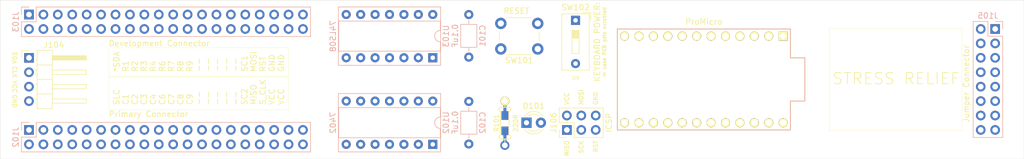
<source format=kicad_pcb>
(kicad_pcb (version 20221018) (generator pcbnew)
  (layers (0 "F.Cu" signal) (31 "B.Cu" signal) (34 "B.Paste" user) (35 "F.Paste" user) (36 "B.SilkS" user "B.Silkscreen") (37 "F.SilkS" user "F.Silkscreen") (38 "B.Mask" user) (39 "F.Mask" user) (44 "Edge.Cuts" user))
  (net 0 "")
  (net 1 "VCC")
  (net 2 "GND")
  (net 3 "Net-(D101-K)")
  (net 4 "/VCC_RAW")
  (net 5 "SDA")
  (net 6 "SCL")
  (net 7 "SW_ROW1")
  (net 8 "SW_COL1")
  (net 9 "SW_ROW2")
  (net 10 "SW_COL2")
  (net 11 "SW_COL3")
  (net 12 "SW_COL4")
  (net 13 "SW_ROW5")
  (net 14 "SW_COL5")
  (net 15 "SW_ROW6")
  (net 16 "SW_COL6")
  (net 17 "SW_ROW7")
  (net 18 "SW_COL7")
  (net 19 "SW_ROW8")
  (net 20 "SW_COL8")
  (net 21 "SW_ROW9")
  (net 22 "SW_COL9")
  (net 23 "/DP21")
  (net 24 "/DP22")
  (net 25 "/DP23")
  (net 26 "/DP24")
  (net 27 "/DP25")
  (net 28 "/DP26")
  (net 29 "/DP27")
  (net 30 "/DP28")
  (net 31 "/DP29")
  (net 32 "/DP30")
  (net 33 "SPI_CS1")
  (net 34 "SPI_CS2")
  (net 35 "SPI_MOSI")
  (net 36 "SPI_MISO")
  (net 37 "RST")
  (net 38 "SPI_CLK")
  (net 42 "Net-(U102-Pad1)")
  (net 43 "Net-(U102-Pad4)")
  (net 44 "Net-(U102-Pad10)")
  (net 45 "Net-(U102-Pad13)")
  (net 62 "SW_ROW3")
  (net 63 "SW_ROW4")
  (net 64 "/i2C_SCL")
  (footprint "MountingHole:MountingHole_2.7mm" (layer "F.Cu") (at 184.15 201.316)
    (fp_text reference "H104" hide)
    (fp_text value "Stress Relief" hide)
    (pad "" np_thru_hole circle locked (at 0 0) (size 2.7 2.7) (drill 2.7) (layers "*.Cu" "*.Mask"))
  )
  (footprint "MountingHole:MountingHole_2.7mm" (layer "F.Cu") (at 175.514 201.316)
    (fp_text reference "H102" hide)
    (fp_text value "Stress Relief" hide)
    (pad "" np_thru_hole circle locked (at 0 0) (size 2.7 2.7) (drill 2.7) (layers "*.Cu" "*.Mask"))
  )
  (footprint "promicro:ProMicro" (layer "F.Cu") (at 150.368 195.326 180)
    (fp_text reference "U101" hide)
    (fp_text value "ProMicro" (at 0 10.16) (layer "F.SilkS"))
    (fp_line (start -17.78 -3.81) (end -15.24 -3.81) (stroke (width 0.15)) (layer "B.SilkS"))
    (fp_line (start -17.78 3.81) (end -17.78 -3.81) (stroke (width 0.15)) (layer "B.SilkS"))
    (fp_line (start -15.24 -8.89) (end 15.24 -8.89) (stroke (width 0.15)) (layer "B.SilkS"))
    (fp_line (start -15.24 -3.81) (end -15.24 -8.89) (stroke (width 0.15)) (layer "B.SilkS"))
    (fp_line (start -15.24 3.81) (end -17.78 3.81) (stroke (width 0.15)) (layer "B.SilkS"))
    (fp_line (start -15.24 8.89) (end -15.24 3.81) (stroke (width 0.15)) (layer "B.SilkS"))
    (fp_line (start 15.24 -8.89) (end 15.24 8.89) (stroke (width 0.15)) (layer "B.SilkS"))
    (fp_line (start 15.24 8.89) (end -15.24 8.89) (stroke (width 0.15)) (layer "B.SilkS"))
    (fp_line (start -17.78 -3.81) (end -15.24 -3.81) (stroke (width 0.15)) (layer "F.SilkS"))
    (fp_line (start -17.78 3.81) (end -17.78 -3.81) (stroke (width 0.15)) (layer "F.SilkS"))
    (fp_line (start -15.24 -8.89) (end 15.24 -8.89) (stroke (width 0.15)) (layer "F.SilkS"))
    (fp_line (start -15.24 -3.81) (end -15.24 -8.89) (stroke (width 0.15)) (layer "F.SilkS"))
    (fp_line (start -15.24 3.81) (end -17.78 3.81) (stroke (width 0.15)) (layer "F.SilkS"))
    (fp_line (start -15.24 8.89) (end -15.24 3.81) (stroke (width 0.15)) (layer "F.SilkS"))
    (fp_line (start -15.24 8.89) (end 15.24 8.89) (stroke (width 0.15)) (layer "F.SilkS"))
    (fp_line (start 15.24 -8.89) (end 15.24 8.89) (stroke (width 0.15)) (layer "F.SilkS"))
    (pad "1" thru_hole rect locked (at -13.97 7.62 180) (size 1.6 1.6) (drill 1.1) (layers "*.Cu" "*.Mask" "F.SilkS") (net 7 "SW_ROW1"))
    (pad "2" thru_hole circle locked (at -11.43 7.62 180) (size 1.6 1.6) (drill 1.1) (layers "*.Cu" "*.Mask" "F.SilkS") (net 9 "SW_ROW2"))
    (pad "3" thru_hole circle locked (at -8.89 7.62 180) (size 1.6 1.6) (drill 1.1) (layers "*.Cu" "*.Mask" "F.SilkS") (net 2 "GND"))
    (pad "4" thru_hole circle locked (at -6.35 7.62 180) (size 1.6 1.6) (drill 1.1) (layers "*.Cu" "*.Mask" "F.SilkS") (net 2 "GND"))
    (pad "5" thru_hole circle locked (at -3.81 7.62 180) (size 1.6 1.6) (drill 1.1) (layers "*.Cu" "*.Mask" "F.SilkS") (net 62 "SW_ROW3"))
    (pad "6" thru_hole circle locked (at -1.27 7.62 180) (size 1.6 1.6) (drill 1.1) (layers "*.Cu" "*.Mask" "F.SilkS") (net 63 "SW_ROW4"))
    (pad "7" thru_hole circle locked (at 1.27 7.62 180) (size 1.6 1.6) (drill 1.1) (layers "*.Cu" "*.Mask" "F.SilkS") (net 13 "SW_ROW5"))
    (pad "8" thru_hole circle locked (at 3.81 7.62 180) (size 1.6 1.6) (drill 1.1) (layers "*.Cu" "*.Mask" "F.SilkS") (net 15 "SW_ROW6"))
    (pad "9" thru_hole circle locked (at 6.35 7.62 180) (size 1.6 1.6) (drill 1.1) (layers "*.Cu" "*.Mask" "F.SilkS") (net 17 "SW_ROW7"))
    (pad "10" thru_hole circle locked (at 8.89 7.62 180) (size 1.6 1.6) (drill 1.1) (layers "*.Cu" "*.Mask" "F.SilkS") (net 19 "SW_ROW8"))
    (pad "11" thru_hole circle locked (at 11.43 7.62 180) (size 1.6 1.6) (drill 1.1) (layers "*.Cu" "*.Mask" "F.SilkS") (net 21 "SW_ROW9"))
    (pad "12" thru_hole circle locked (at 13.97 7.62 180) (size 1.6 1.6) (drill 1.1) (layers "*.Cu" "*.Mask" "F.SilkS") (net 22 "SW_COL9"))
    (pad "13" thru_hole circle locked (at 13.97 -7.62 180) (size 1.6 1.6) (drill 1.1) (layers "*.Cu" "*.Mask" "F.SilkS") (net 20 "SW_COL8"))
    (pad "14" thru_hole circle locked (at 11.43 -7.62 180) (size 1.6 1.6) (drill 1.1) (layers "*.Cu" "*.Mask" "F.SilkS") (net 18 "SW_COL7"))
    (pad "15" thru_hole circle locked (at 8.89 -7.62 180) (size 1.6 1.6) (drill 1.1) (layers "*.Cu" "*.Mask" "F.SilkS") (net 16 "SW_COL6"))
    (pad "16" thru_hole circle locked (at 6.35 -7.62 180) (size 1.6 1.6) (drill 1.1) (layers "*.Cu" "*.Mask" "F.SilkS") (net 14 "SW_COL5"))
    (pad "17" thru_hole circle locked (at 3.81 -7.62 180) (size 1.6 1.6) (drill 1.1) (layers "*.Cu" "*.Mask" "F.SilkS") (net 12 "SW_COL4"))
    (pad "18" thru_hole circle locked (at 1.27 -7.62 180) (size 1.6 1.6) (drill 1.1) (layers "*.Cu" "*.Mask" "F.SilkS") (net 11 "SW_COL3"))
    (pad "19" thru_hole circle locked (at -1.27 -7.62 180) (size 1.6 1.6) (drill 1.1) (layers "*.Cu" "*.Mask" "F.SilkS") (net 10 "SW_COL2"))
    (pad "20" thru_hole circle locked (at -3.81 -7.62 180) (size 1.6 1.6) (drill 1.1) (layers "*.Cu" "*.Mask" "F.SilkS") (net 8 "SW_COL1"))
    (pad "21" thru_hole circle locked (at -6.35 -7.62 180) (size 1.6 1.6) (drill 1.1) (layers "*.Cu" "*.Mask" "F.SilkS") (net 4 "/VCC_RAW"))
    (pad "22" thru_hole circle locked (at -8.89 -7.62 180) (size 1.6 1.6) (drill 1.1) (layers "*.Cu" "*.Mask" "F.SilkS") (net 37 "RST"))
    (pad "23" thru_hole circle locked (at -11.43 -7.62 180) (size 1.6 1.6) (drill 1.1) (layers "*.Cu" "*.Mask" "F.SilkS") (net 2 "GND"))
    (pad "24" thru_hole circle locked (at -13.97 -7.62 180) (size 1.6 1.6) (drill 1.1) (layers "*.Cu" "*.Mask" "F.SilkS"))
  )
  (footprint "MountingHole:MountingHole_2.7mm" (layer "F.Cu") (at 175.514 189.336)
    (fp_text reference "H101" hide)
    (fp_text value "Stress Relief" hide)
    (pad "" np_thru_hole circle locked (at 0 0) (size 2.7 2.7) (drill 2.7) (layers "*.Cu" "*.Mask"))
  )
  (footprint "Button_Switch_THT:SW_PUSH_6mm" (layer "F.Cu") (at 121.106 189.956 180)
    (fp_text reference "SW101" (at 3.25 -2) (layer "F.SilkS"))
    (fp_text value "RESET" (at 3.75 6.7) (layer "F.SilkS"))
    (fp_line (start -0.25 1.5) (end -0.25 3) (stroke (width 0.12)) (layer "F.SilkS"))
    (fp_line (start 1 5.5) (end 5.5 5.5) (stroke (width 0.12)) (layer "F.SilkS"))
    (fp_line (start 5.5 -1) (end 1 -1) (stroke (width 0.12)) (layer "F.SilkS"))
    (fp_line (start 6.75 3) (end 6.75 1.5) (stroke (width 0.12)) (layer "F.SilkS"))
    (pad "1" thru_hole circle (at 0 0 270) (size 2 2) (drill 1.1) (layers "*.Cu" "*.Mask") (net 37 "RST"))
    (pad "1" thru_hole circle (at 6.5 0 270) (size 2 2) (drill 1.1) (layers "*.Cu" "*.Mask") (net 37 "RST"))
    (pad "2" thru_hole circle (at 0 4.5 270) (size 2 2) (drill 1.1) (layers "*.Cu" "*.Mask") (net 2 "GND"))
    (pad "2" thru_hole circle (at 6.5 4.5 270) (size 2 2) (drill 1.1) (layers "*.Cu" "*.Mask") (net 2 "GND"))
  )
  (footprint "keebio:Resistor-Hybrid" (layer "F.Cu") (at 115.316 203.026 -90)
    (fp_text reference "R101" (at -0.0254 1.5 90) (layer "F.SilkS") (effects (font (size 0.8 0.8))))
    (fp_text value "220R" (at 0 -1.925 90) (layer "F.SilkS") (effects (font (size 0.8 0.8))))
    (fp_line (start -3.302 0) (end -2.794 0) (stroke (width 0.15)) (layer "F.SilkS"))
    (fp_line (start -2.794 -0.762) (end -2.54 -1.016) (stroke (width 0.15)) (layer "F.SilkS"))
    (fp_line (start -2.794 0.762) (end -2.794 -0.762) (stroke (width 0.15)) (layer "F.SilkS"))
    (fp_line (start -2.54 -1.016) (end -2.286 -1.016) (stroke (width 0.15)) (layer "F.SilkS"))
    (fp_line (start -2.54 1.016) (end -2.794 0.762) (stroke (width 0.15)) (layer "F.SilkS"))
    (fp_line (start -2.286 -1.016) (end -2.032 -0.762) (stroke (width 0.15)) (layer "F.SilkS"))
    (fp_line (start -2.286 1.016) (end -2.54 1.016) (stroke (width 0.15)) (layer "F.SilkS"))
    (fp_line (start -2.032 -0.762) (end 2.032 -0.762) (stroke (width 0.15)) (layer "F.SilkS"))
    (fp_line (start -2.032 0.762) (end -2.286 1.016) (stroke (width 0.15)) (layer "F.SilkS"))
    (fp_line (start 2.032 -0.762) (end 2.286 -1.016) (stroke (width 0.15)) (layer "F.SilkS"))
    (fp_line (start 2.032 0.762) (end -2.032 0.762) (stroke (width 0.15)) (layer "F.SilkS"))
    (fp_line (start 2.286 -1.016) (end 2.54 -1.016) (stroke (width 0.15)) (layer "F.SilkS"))
    (fp_line (start 2.286 1.016) (end 2.032 0.762) (stroke (width 0.15)) (layer "F.SilkS"))
    (fp_line (start 2.54 -1.016) (end 2.794 -0.762) (stroke (width 0.15)) (layer "F.SilkS"))
    (fp_line (start 2.54 1.016) (end 2.286 1.016) (stroke (width 0.15)) (layer "F.SilkS"))
    (fp_line (start 2.794 -0.762) (end 2.794 0.762) (stroke (width 0.15)) (layer "F.SilkS"))
    (fp_line (start 2.794 0) (end 3.302 0) (stroke (width 0.15)) (layer "F.SilkS"))
    (fp_line (start 2.794 0.762) (end 2.54 1.016) (stroke (width 0.15)) (layer "F.SilkS"))
    (pad "1" smd rect (at 1.35 0 270) (size 1.5 1.2) (layers "F.Cu" "F.Paste" "F.Mask") (net 2 "GND"))
    (pad "1" smd rect (at 1.35 0 270) (size 1.5 1.2) (layers "B.Cu" "B.Paste" "B.Mask") (net 2 "GND"))
    (pad "1" smd rect (at 2.5 0 270) (size 2.9 0.5) (layers "F.Cu") (net 2 "GND"))
    (pad "1" smd rect (at 2.5 0 270) (size 2.9 0.5) (layers "B.Cu") (net 2 "GND"))
    (pad "1" thru_hole circle (at 3.9 0 270) (size 1.6 1.6) (drill 1) (layers "*.Cu" "*.Mask") (net 2 "GND"))
    (pad "2" thru_hole circle (at -3.9 0 270) (size 1.6 1.6) (drill 1) (layers "*.Cu" "*.Mask" "F.SilkS") (net 3 "Net-(D101-K)"))
    (pad "2" smd rect (at -2.5 0 270) (size 2.9 0.5) (layers "F.Cu") (net 3 "Net-(D101-K)"))
    (pad "2" smd rect (at -2.5 0 270) (size 2.9 0.5) (layers "B.Cu") (net 3 "Net-(D101-K)"))
    (pad "2" smd rect (at -1.35 0 270) (size 1.5 1.2) (layers "F.Cu" "F.Paste" "F.Mask") (net 3 "Net-(D101-K)"))
    (pad "2" smd rect (at -1.35 0 270) (size 1.5 1.2) (layers "B.Cu" "B.Paste" "B.Mask") (net 3 "Net-(D101-K)"))
  )
  (footprint "MountingHole:MountingHole_2.7mm" (layer "F.Cu") (at 192.786 189.336)
    (fp_text reference "H105" hide)
    (fp_text value "Stress Relief" hide)
    (pad "" np_thru_hole circle locked (at 0 0) (size 2.7 2.7) (drill 2.7) (layers "*.Cu" "*.Mask"))
  )
  (footprint "Button_Switch_THT:SW_DIP_SPSTx01_Slide_9.78x4.72mm_W7.62mm_P2.54mm" (layer "F.Cu") (at 127.762 184.912 -90)
    (fp_text reference "SW102" (at -2.286 0 -180) (layer "F.SilkS"))
    (fp_text value "SW_DIP_x01")
    (fp_text user "In case PCB gets scrabled" (at 3.81 -5.08 90 unlocked) (layer "F.SilkS") (effects (font (size 0.6 0.6))))
    (fp_text user "KEYBOARD POWER:" (at 3.81 -3.81 90 unlocked) (layer "F.SilkS"))
    (fp_text user "ON" (at 10.16 0) (layer "F.SilkS") (effects (font (size 0.6 0.6) (thickness 0.09) italic)))
    (fp_line (start -1.38 -2.66) (end -1.38 -1.277) (stroke (width 0.12)) (layer "F.SilkS"))
    (fp_line (start -1.38 -2.66) (end 0.004 -2.66) (stroke (width 0.12)) (layer "F.SilkS"))
    (fp_line (start -1.14 -2.42) (end -1.14 2.42) (stroke (width 0.12)) (layer "F.SilkS"))
    (fp_line (start -1.14 -2.42) (end 8.76 -2.42) (stroke (width 0.12)) (layer "F.SilkS"))
    (fp_line (start -1.14 2.42) (end 8.76 2.42) (stroke (width 0.12)) (layer "F.SilkS"))
    (fp_line (start 1.78 -0.635) (end 1.78 0.635) (stroke (width 0.12)) (layer "F.SilkS"))
    (fp_line (start 1.78 -0.515) (end 3.133333 -0.515) (stroke (width 0.12)) (layer "F.SilkS"))
    (fp_line (start 1.78 -0.395) (end 3.133333 -0.395) (stroke (width 0.12)) (layer "F.SilkS"))
    (fp_line (start 1.78 -0.275) (end 3.133333 -0.275) (stroke (width 0.12)) (layer "F.SilkS"))
    (fp_line (start 1.78 -0.155) (end 3.133333 -0.155) (stroke (width 0.12)) (layer "F.SilkS"))
    (fp_line (start 1.78 -0.035) (end 3.133333 -0.035) (stroke (width 0.12)) (layer "F.SilkS"))
    (fp_line (start 1.78 0.085) (end 3.133333 0.085) (stroke (width 0.12)) (layer "F.SilkS"))
    (fp_line (start 1.78 0.205) (end 3.133333 0.205) (stroke (width 0.12)) (layer "F.SilkS"))
    (fp_line (start 1.78 0.325) (end 3.133333 0.325) (stroke (width 0.12)) (layer "F.SilkS"))
    (fp_line (start 1.78 0.445) (end 3.133333 0.445) (stroke (width 0.12)) (layer "F.SilkS"))
    (fp_line (start 1.78 0.565) (end 3.133333 0.565) (stroke (width 0.12)) (layer "F.SilkS"))
    (fp_line (start 1.78 0.635) (end 5.84 0.635) (stroke (width 0.12)) (layer "F.SilkS"))
    (fp_line (start 3.133333 -0.635) (end 3.133333 0.635) (stroke (width 0.12)) (layer "F.SilkS"))
    (fp_line (start 5.84 -0.635) (end 1.78 -0.635) (stroke (width 0.12)) (layer "F.SilkS"))
    (fp_line (start 5.84 0.635) (end 5.84 -0.635) (stroke (width 0.12)) (layer "F.SilkS"))
    (fp_line (start 8.76 -2.42) (end 8.76 2.42) (stroke (width 0.12)) (layer "F.SilkS"))
    (pad "1" thru_hole rect (at 0 0 270) (size 1.6 1.6) (drill 0.8) (layers "*.Cu" "*.Mask") (net 4 "/VCC_RAW"))
    (pad "2" thru_hole oval (at 7.62 0 270) (size 1.6 1.6) (drill 0.8) (layers "*.Cu" "*.Mask") (net 1 "VCC"))
  )
  (footprint "LED_THT:LED_D3.0mm" (layer "F.Cu") (at 119.126 202.946)
    (fp_text reference "D101" (at 1.27 -2.96) (layer "F.SilkS"))
    (fp_text value "LED")
    (fp_line (start -0.29 -1.236) (end -0.29 -1.08) (stroke (width 0.12)) (layer "F.SilkS"))
    (fp_line (start -0.29 1.08) (end -0.29 1.236) (stroke (width 0.12)) (layer "F.SilkS"))
    (fp_arc (start -0.29 -1.235516) (mid 1.366487 -1.987659) (end 2.942335 -1.078608) (stroke (width 0.12)) (layer "F.SilkS"))
    (fp_arc (start 0.229039 -1.08) (mid 1.270117 -1.5) (end 2.31113 -1.079837) (stroke (width 0.12)) (layer "F.SilkS"))
    (fp_arc (start 2.31113 1.079837) (mid 1.270117 1.5) (end 0.229039 1.08) (stroke (width 0.12)) (layer "F.SilkS"))
    (fp_arc (start 2.942335 1.078608) (mid 1.366487 1.987659) (end -0.29 1.235516) (stroke (width 0.12)) (layer "F.SilkS"))
    (pad "1" thru_hole rect (at 0 0) (size 1.8 1.8) (drill 0.9) (layers "*.Cu" "*.Mask") (net 3 "Net-(D101-K)"))
    (pad "2" thru_hole circle (at 2.54 0) (size 1.8 1.8) (drill 0.9) (layers "*.Cu" "*.Mask") (net 4 "/VCC_RAW"))
  )
  (footprint "MountingHole:MountingHole_2.7mm" (layer "F.Cu") (at 192.786 201.316)
    (fp_text reference "H106" hide)
    (fp_text value "Stress Relief" hide)
    (pad "" np_thru_hole circle locked (at 0 0) (size 2.7 2.7) (drill 2.7) (layers "*.Cu" "*.Mask"))
  )
  (footprint "MountingHole:MountingHole_2.7mm" (layer "F.Cu") (at 184.15 189.336)
    (fp_text reference "H103" hide)
    (fp_text value "Stress Relief" hide)
    (pad "" np_thru_hole circle locked (at 0 0) (size 2.7 2.7) (drill 2.7) (layers "*.Cu" "*.Mask"))
  )
  (footprint "Connector_PinHeader_2.54mm:PinHeader_2x03_P2.54mm_Vertical" (layer "F.Cu") (at 126.238 204.216 90)
    (fp_text reference "J106" (at 1.27 -2.33 90) (layer "F.SilkS"))
    (fp_text value "ICSP" (at 1.27 7.41 90) (layer "F.SilkS"))
    (fp_text user "MISO" (at -1.778 0 90 unlocked) (layer "F.SilkS") (effects (font (size 0.75 0.75)) (justify right)))
    (fp_text user "GND" (at 4.318 5.08 90 unlocked) (layer "F.SilkS") (effects (font (size 0.75 0.75)) (justify left)))
    (fp_text user "MOSI" (at 4.318 2.54 90 unlocked) (layer "F.SilkS") (effects (font (size 0.75 0.75)) (justify left)))
    (fp_text user "SCK" (at -1.778 2.54 90 unlocked) (layer "F.SilkS") (effects (font (size 0.75 0.75)) (justify right)))
    (fp_text user "VCC" (at 4.318 0 90 unlocked) (layer "F.SilkS") (effects (font (size 0.75 0.75)) (justify left)))
    (fp_text user "RST" (at -1.778 5.08 90 unlocked) (layer "F.SilkS") (effects (font (size 0.75 0.75)) (justify right)))
    (fp_line (start -1.33 -1.33) (end 0 -1.33) (stroke (width 0.12)) (layer "F.SilkS"))
    (fp_line (start -1.33 0) (end -1.33 -1.33) (stroke (width 0.12)) (layer "F.SilkS"))
    (fp_line (start -1.33 1.27) (end -1.33 6.41) (stroke (width 0.12)) (layer "F.SilkS"))
    (fp_line (start -1.33 1.27) (end 1.27 1.27) (stroke (width 0.12)) (layer "F.SilkS"))
    (fp_line (start -1.33 6.41) (end 3.87 6.41) (stroke (width 0.12)) (layer "F.SilkS"))
    (fp_line (start 1.27 -1.33) (end 3.87 -1.33) (stroke (width 0.12)) (layer "F.SilkS"))
    (fp_line (start 1.27 1.27) (end 1.27 -1.33) (stroke (width 0.12)) (layer "F.SilkS"))
    (fp_line (start 3.87 -1.33) (end 3.87 6.41) (stroke (width 0.12)) (layer "F.SilkS"))
    (pad "1" thru_hole rect (at 0 0 90) (size 1.7 1.7) (drill 1) (layers "*.Cu" "*.Mask") (net 16 "SW_COL6"))
    (pad "2" thru_hole oval (at 2.54 0 90) (size 1.7 1.7) (drill 1) (layers "*.Cu" "*.Mask") (net 4 "/VCC_RAW"))
    (pad "3" thru_hole oval (at 0 2.54 90) (size 1.7 1.7) (drill 1) (layers "*.Cu" "*.Mask") (net 14 "SW_COL5"))
    (pad "4" thru_hole oval (at 2.54 2.54 90) (size 1.7 1.7) (drill 1) (layers "*.Cu" "*.Mask") (net 18 "SW_COL7"))
    (pad "5" thru_hole oval (at 0 5.08 90) (size 1.7 1.7) (drill 1) (layers "*.Cu" "*.Mask") (net 37 "RST"))
    (pad "6" thru_hole oval (at 2.54 5.08 90) (size 1.7 1.7) (drill 1) (layers "*.Cu" "*.Mask") (net 2 "GND"))
  )
  (footprint "Connector_PinHeader_2.54mm:PinHeader_1x04_P2.54mm_Horizontal" (layer "F.Cu") (at 31.496 191.516)
    (fp_text reference "J104" (at 4.385 -2.27) (layer "F.SilkS"))
    (fp_text value "I2C DISPLAY")
    (fp_text user "GND" (at -2.54 7.62 270 unlocked) (layer "F.SilkS") (effects (font (size 0.75 0.75))))
    (fp_text user "SDA" (at -2.54 0 270 unlocked) (layer "F.SilkS") (effects (font (size 0.75 0.75))))
    (fp_text user "VCC" (at -2.54 5.08 270 unlocked) (layer "F.SilkS") (effects (font (size 0.75 0.75))))
    (fp_text user "CLK" (at -2.54 2.54 270 unlocked) (layer "F.SilkS") (effects (font (size 0.75 0.75))))
    (fp_line (start -1.27 -1.27) (end 0 -1.27) (stroke (width 0.12)) (layer "F.SilkS"))
    (fp_line (start -1.27 0) (end -1.27 -1.27) (stroke (width 0.12)) (layer "F.SilkS"))
    (fp_line (start 1.042929 2.16) (end 1.44 2.16) (stroke (width 0.12)) (layer "F.SilkS"))
    (fp_line (start 1.042929 2.92) (end 1.44 2.92) (stroke (width 0.12)) (layer "F.SilkS"))
    (fp_line (start 1.042929 4.7) (end 1.44 4.7) (stroke (width 0.12)) (layer "F.SilkS"))
    (fp_line (start 1.042929 5.46) (end 1.44 5.46) (stroke (width 0.12)) (layer "F.SilkS"))
    (fp_line (start 1.042929 7.24) (end 1.44 7.24) (stroke (width 0.12)) (layer "F.SilkS"))
    (fp_line (start 1.042929 8) (end 1.44 8) (stroke (width 0.12)) (layer "F.SilkS"))
    (fp_line (start 1.11 -0.38) (end 1.44 -0.38) (stroke (width 0.12)) (layer "F.SilkS"))
    (fp_line (start 1.11 0.38) (end 1.44 0.38) (stroke (width 0.12)) (layer "F.SilkS"))
    (fp_line (start 1.44 -1.33) (end 1.44 8.95) (stroke (width 0.12)) (layer "F.SilkS"))
    (fp_line (start 1.44 1.27) (end 4.1 1.27) (stroke (width 0.12)) (layer "F.SilkS"))
    (fp_line (start 1.44 3.81) (end 4.1 3.81) (stroke (width 0.12)) (layer "F.SilkS"))
    (fp_line (start 1.44 6.35) (end 4.1 6.35) (stroke (width 0.12)) (layer "F.SilkS"))
    (fp_line (start 1.44 8.95) (end 4.1 8.95) (stroke (width 0.12)) (layer "F.SilkS"))
    (fp_line (start 4.1 -1.33) (end 1.44 -1.33) (stroke (width 0.12)) (layer "F.SilkS"))
    (fp_line (start 4.1 -0.38) (end 10.1 -0.38) (stroke (width 0.12)) (layer "F.SilkS"))
    (fp_line (start 4.1 -0.32) (end 10.1 -0.32) (stroke (width 0.12)) (layer "F.SilkS"))
    (fp_line (start 4.1 -0.2) (end 10.1 -0.2) (stroke (width 0.12)) (layer "F.SilkS"))
    (fp_line (start 4.1 -0.08) (end 10.1 -0.08) (stroke (width 0.12)) (layer "F.SilkS"))
    (fp_line (start 4.1 0.04) (end 10.1 0.04) (stroke (width 0.12)) (layer "F.SilkS"))
    (fp_line (start 4.1 0.16) (end 10.1 0.16) (stroke (width 0.12)) (layer "F.SilkS"))
    (fp_line (start 4.1 0.28) (end 10.1 0.28) (stroke (width 0.12)) (layer "F.SilkS"))
    (fp_line (start 4.1 2.16) (end 10.1 2.16) (stroke (width 0.12)) (layer "F.SilkS"))
    (fp_line (start 4.1 4.7) (end 10.1 4.7) (stroke (width 0.12)) (layer "F.SilkS"))
    (fp_line (start 4.1 7.24) (end 10.1 7.24) (stroke (width 0.12)) (layer "F.SilkS"))
    (fp_line (start 4.1 8.95) (end 4.1 -1.33) (stroke (width 0.12)) (layer "F.SilkS"))
    (fp_line (start 10.1 -0.38) (end 10.1 0.38) (stroke (width 0.12)) (layer "F.SilkS"))
    (fp_line (start 10.1 0.38) (end 4.1 0.38) (stroke (width 0.12)) (layer "F.SilkS"))
    (fp_line (start 10.1 2.16) (end 10.1 2.92) (stroke (width 0.12)) (layer "F.SilkS"))
    (fp_line (start 10.1 2.92) (end 4.1 2.92) (stroke (width 0.12)) (layer "F.SilkS"))
    (fp_line (start 10.1 4.7) (end 10.1 5.46) (stroke (width 0.12)) (layer "F.SilkS"))
    (fp_line (start 10.1 5.46) (end 4.1 5.46) (stroke (width 0.12)) (layer "F.SilkS"))
    (fp_line (start 10.1 7.24) (end 10.1 8) (stroke (width 0.12)) (layer "F.SilkS"))
    (fp_line (start 10.1 8) (end 4.1 8) (stroke (width 0.12)) (layer "F.SilkS"))
    (pad "1" thru_hole rect (at 0 0) (size 1.7 1.7) (drill 1) (layers "*.Cu" "*.Mask") (net 5 "SDA"))
    (pad "2" thru_hole oval (at 0 2.54) (size 1.7 1.7) (drill 1) (layers "*.Cu" "*.Mask") (net 6 "SCL"))
    (pad "3" thru_hole oval (at 0 5.08) (size 1.7 1.7) (drill 1) (layers "*.Cu" "*.Mask") (net 1 "VCC"))
    (pad "4" thru_hole oval (at 0 7.62) (size 1.7 1.7) (drill 1) (layers "*.Cu" "*.Mask") (net 2 "GND"))
  )
  (footprint "Capacitor_THT:C_Axial_L3.8mm_D2.6mm_P7.50mm_Horizontal" (layer "B.Cu") (at 108.966 191.396 90)
    (fp_text reference "C101" (at 3.75 2.42 90) (layer "B.SilkS") (effects (justify mirror)))
    (fp_text value "0.1uF" (at 3.75 -2.42 90) (layer "B.SilkS") (effects (justify mirror)))
    (fp_line (start 1.04 0) (end 1.73 0) (stroke (width 0.12)) (layer "B.SilkS"))
    (fp_line (start 1.73 -1.42) (end 5.77 -1.42) (stroke (width 0.12)) (layer "B.SilkS"))
    (fp_line (start 1.73 1.42) (end 1.73 -1.42) (stroke (width 0.12)) (layer "B.SilkS"))
    (fp_line (start 5.77 -1.42) (end 5.77 1.42) (stroke (width 0.12)) (layer "B.SilkS"))
    (fp_line (start 5.77 1.42) (end 1.73 1.42) (stroke (width 0.12)) (layer "B.SilkS"))
    (fp_line (start 6.46 0) (end 5.77 0) (stroke (width 0.12)) (layer "B.SilkS"))
    (pad "1" thru_hole circle (at 0 0 90) (size 1.6 1.6) (drill 0.8) (layers "*.Cu" "*.Mask") (net 1 "VCC"))
    (pad "2" thru_hole oval (at 7.5 0 90) (size 1.6 1.6) (drill 0.8) (layers "*.Cu" "*.Mask") (net 2 "GND"))
  )
  (footprint "Connector_PinHeader_2.54mm:PinHeader_2x20_P2.54mm_Vertical" (layer "B.Cu") (at 31.496 183.896 -90)
    (fp_text reference "J103" (at 1.27 2.33 90) (layer "B.SilkS") (effects (justify mirror)))
    (fp_text value "Development Connector" (at 5.08 -13.97 180) (layer "F.SilkS") (effects (justify left)))
    (fp_line (start -1.33 -49.59) (end 3.87 -49.59) (stroke (width 0.12)) (layer "B.SilkS"))
    (fp_line (start -1.33 -1.27) (end -1.33 -49.59) (stroke (width 0.12)) (layer "B.SilkS"))
    (fp_line (start -1.33 -1.27) (end 1.27 -1.27) (stroke (width 0.12)) (layer "B.SilkS"))
    (fp_line (start -1.33 0) (end -1.33 1.33) (stroke (width 0.12)) (layer "B.SilkS"))
    (fp_line (start -1.33 1.33) (end 0 1.33) (stroke (width 0.12)) (layer "B.SilkS"))
    (fp_line (start 1.27 -1.27) (end 1.27 1.33) (stroke (width 0.12)) (layer "B.SilkS"))
    (fp_line (start 1.27 1.33) (end 3.87 1.33) (stroke (width 0.12)) (layer "B.SilkS"))
    (fp_line (start 3.87 1.33) (end 3.87 -49.59) (stroke (width 0.12)) (layer "B.SilkS"))
    (pad "1" thru_hole rect (at 0 0 270) (size 1.7 1.7) (drill 1) (layers "*.Cu" "*.Mask") (net 5 "SDA"))
    (pad "2" thru_hole oval (at 2.54 0 270) (size 1.7 1.7) (drill 1) (layers "*.Cu" "*.Mask") (net 6 "SCL"))
    (pad "3" thru_hole oval (at 0 -2.54 270) (size 1.7 1.7) (drill 1) (layers "*.Cu" "*.Mask") (net 7 "SW_ROW1"))
    (pad "4" thru_hole oval (at 2.54 -2.54 270) (size 1.7 1.7) (drill 1) (layers "*.Cu" "*.Mask") (net 8 "SW_COL1"))
    (pad "5" thru_hole oval (at 0 -5.08 270) (size 1.7 1.7) (drill 1) (layers "*.Cu" "*.Mask") (net 9 "SW_ROW2"))
    (pad "6" thru_hole oval (at 2.54 -5.08 270) (size 1.7 1.7) (drill 1) (layers "*.Cu" "*.Mask") (net 10 "SW_COL2"))
    (pad "7" thru_hole oval (at 0 -7.62 270) (size 1.7 1.7) (drill 1) (layers "*.Cu" "*.Mask") (net 62 "SW_ROW3"))
    (pad "8" thru_hole oval (at 2.54 -7.62 270) (size 1.7 1.7) (drill 1) (layers "*.Cu" "*.Mask") (net 11 "SW_COL3"))
    (pad "9" thru_hole oval (at 0 -10.16 270) (size 1.7 1.7) (drill 1) (layers "*.Cu" "*.Mask") (net 63 "SW_ROW4"))
    (pad "10" thru_hole oval (at 2.54 -10.16 270) (size 1.7 1.7) (drill 1) (layers "*.Cu" "*.Mask") (net 12 "SW_COL4"))
    (pad "11" thru_hole oval (at 0 -12.7 270) (size 1.7 1.7) (drill 1) (layers "*.Cu" "*.Mask") (net 13 "SW_ROW5"))
    (pad "12" thru_hole oval (at 2.54 -12.7 270) (size 1.7 1.7) (drill 1) (layers "*.Cu" "*.Mask") (net 14 "SW_COL5"))
    (pad "13" thru_hole oval (at 0 -15.24 270) (size 1.7 1.7) (drill 1) (layers "*.Cu" "*.Mask") (net 15 "SW_ROW6"))
    (pad "14" thru_hole oval (at 2.54 -15.24 270) (size 1.7 1.7) (drill 1) (layers "*.Cu" "*.Mask") (net 16 "SW_COL6"))
    (pad "15" thru_hole oval (at 0 -17.78 270) (size 1.7 1.7) (drill 1) (layers "*.Cu" "*.Mask") (net 17 "SW_ROW7"))
    (pad "16" thru_hole oval (at 2.54 -17.78 270) (size 1.7 1.7) (drill 1) (layers "*.Cu" "*.Mask") (net 18 "SW_COL7"))
    (pad "17" thru_hole oval (at 0 -20.32 270) (size 1.7 1.7) (drill 1) (layers "*.Cu" "*.Mask") (net 19 "SW_ROW8"))
    (pad "18" thru_hole oval (at 2.54 -20.32 270) (size 1.7 1.7) (drill 1) (layers "*.Cu" "*.Mask") (net 20 "SW_COL8"))
    (pad "19" thru_hole oval (at 0 -22.86 270) (size 1.7 1.7) (drill 1) (layers "*.Cu" "*.Mask") (net 21 "SW_ROW9"))
    (pad "20" thru_hole oval (at 2.54 -22.86 270) (size 1.7 1.7) (drill 1) (layers "*.Cu" "*.Mask") (net 22 "SW_COL9"))
    (pad "21" thru_hole oval (at 0 -25.4 270) (size 1.7 1.7) (drill 1) (layers "*.Cu" "*.Mask") (net 23 "/DP21"))
    (pad "22" thru_hole oval (at 2.54 -25.4 270) (size 1.7 1.7) (drill 1) (layers "*.Cu" "*.Mask") (net 24 "/DP22"))
    (pad "23" thru_hole oval (at 0 -27.94 270) (size 1.7 1.7) (drill 1) (layers "*.Cu" "*.Mask") (net 25 "/DP23"))
    (pad "24" thru_hole oval (at 2.54 -27.94 270) (size 1.7 1.7) (drill 1) (layers "*.Cu" "*.Mask") (net 26 "/DP24"))
    (pad "25" thru_hole oval (at 0 -30.48 270) (size 1.7 1.7) (drill 1) (layers "*.Cu" "*.Mask") (net 27 "/DP25"))
    (pad "26" thru_hole oval (at 2.54 -30.48 270) (size 1.7 1.7) (drill 1) (layers "*.Cu" "*.Mask") (net 28 "/DP26"))
    (pad "27" thru_hole oval (at 0 -33.02 270) (size 1.7 1.7) (drill 1) (layers "*.Cu" "*.Mask") (net 29 "/DP27"))
    (pad "28" thru_hole oval (at 2.54 -33.02 270) (size 1.7 1.7) (drill 1) (layers "*.Cu" "*.Mask") (net 30 "/DP28"))
    (pad "29" thru_hole oval (at 0 -35.56 270) (size 1.7 1.7) (drill 1) (layers "*.Cu" "*.Mask") (net 31 "/DP29"))
    (pad "30" thru_hole oval (at 2.54 -35.56 270) (size 1.7 1.7) (drill 1) (layers "*.Cu" "*.Mask") (net 32 "/DP30"))
    (pad "31" thru_hole oval (at 0 -38.1 270) (size 1.7 1.7) (drill 1) (layers "*.Cu" "*.Mask") (net 33 "SPI_CS1"))
    (pad "32" thru_hole oval (at 2.54 -38.1 270) (size 1.7 1.7) (drill 1) (layers "*.Cu" "*.Mask") (net 34 "SPI_CS2"))
    (pad "33" thru_hole oval (at 0 -40.64 270) (size 1.7 1.7) (drill 1) (layers "*.Cu" "*.Mask") (net 35 "SPI_MOSI"))
    (pad "34" thru_hole oval (at 2.54 -40.64 270) (size 1.7 1.7) (drill 1) (layers "*.Cu" "*.Mask") (net 36 "SPI_MISO"))
    (pad "35" thru_hole oval (at 0 -43.18 270) (size 1.7 1.7) (drill 1) (layers "*.Cu" "*.Mask") (net 37 "RST"))
    (pad "36" thru_hole oval (at 2.54 -43.18 270) (size 1.7 1.7) (drill 1) (layers "*.Cu" "*.Mask") (net 38 "SPI_CLK"))
    (pad "37" thru_hole oval (at 0 -45.72 270) (size 1.7 1.7) (drill 1) (layers "*.Cu" "*.Mask") (net 2 "GND"))
    (pad "38" thru_hole oval (at 2.54 -45.72 270) (size 1.7 1.7) (drill 1) (layers "*.Cu" "*.Mask") (net 1 "VCC"))
    (pad "39" thru_hole oval (at 0 -48.26 270) (size 1.7 1.7) (drill 1) (layers "*.Cu" "*.Mask") (net 2 "GND"))
    (pad "40" thru_hole oval (at 2.54 -48.26 270) (size 1.7 1.7) (drill 1) (layers "*.Cu" "*.Mask") (net 1 "VCC"))
  )
  (footprint "Package_DIP:DIP-14_W7.62mm_Socket" (layer "B.Cu") (at 102.616 191.506 90)
    (fp_text reference "U103" (at 3.81 2.33 90) (layer "B.SilkS") (effects (justify mirror)))
    (fp_text value "74LS08" (at 3.81 -17.57 90) (layer "B.SilkS") (effects (justify mirror)))
    (fp_line (start -1.33 -16.63) (end 8.95 -16.63) (stroke (width 0.12)) (layer "B.SilkS"))
    (fp_line (start -1.33 1.39) (end -1.33 -16.63) (stroke (width 0.12)) (layer "B.SilkS"))
    (fp_line (start 1.16 -16.57) (end 6.46 -16.57) (stroke (width 0.12)) (layer "B.SilkS"))
    (fp_line (start 1.16 1.33) (end 1.16 -16.57) (stroke (width 0.12)) (layer "B.SilkS"))
    (fp_line (start 2.81 1.33) (end 1.16 1.33) (stroke (width 0.12)) (layer "B.SilkS"))
    (fp_line (start 6.46 -16.57) (end 6.46 1.33) (stroke (width 0.12)) (layer "B.SilkS"))
    (fp_line (start 6.46 1.33) (end 4.81 1.33) (stroke (width 0.12)) (layer "B.SilkS"))
    (fp_line (start 8.95 -16.63) (end 8.95 1.39) (stroke (width 0.12)) (layer "B.SilkS"))
    (fp_line (start 8.95 1.39) (end -1.33 1.39) (stroke (width 0.12)) (layer "B.SilkS"))
    (fp_arc (start 2.81 1.33) (mid 3.81 0.33) (end 4.81 1.33) (stroke (width 0.12)) (layer "B.SilkS"))
    (pad "1" thru_hole rect (at 0 0 90) (size 1.6 1.6) (drill 0.8) (layers "*.Cu" "*.Mask") (net 42 "Net-(U102-Pad1)"))
    (pad "2" thru_hole oval (at 0 -2.54 90) (size 1.6 1.6) (drill 0.8) (layers "*.Cu" "*.Mask") (net 14 "SW_COL5"))
    (pad "3" thru_hole oval (at 0 -5.08 90) (size 1.6 1.6) (drill 0.8) (layers "*.Cu" "*.Mask") (net 33 "SPI_CS1"))
    (pad "4" thru_hole oval (at 0 -7.62 90) (size 1.6 1.6) (drill 0.8) (layers "*.Cu" "*.Mask") (net 43 "Net-(U102-Pad4)"))
    (pad "5" thru_hole oval (at 0 -10.16 90) (size 1.6 1.6) (drill 0.8) (layers "*.Cu" "*.Mask") (net 64 "/i2C_SCL"))
    (pad "6" thru_hole oval (at 0 -12.7 90) (size 1.6 1.6) (drill 0.8) (layers "*.Cu" "*.Mask") (net 6 "SCL"))
    (pad "7" thru_hole oval (at 0 -15.24 90) (size 1.6 1.6) (drill 0.8) (layers "*.Cu" "*.Mask") (net 2 "GND"))
    (pad "8" thru_hole oval (at 7.62 -15.24 90) (size 1.6 1.6) (drill 0.8) (layers "*.Cu" "*.Mask"))
    (pad "9" thru_hole oval (at 7.62 -12.7 90) (size 1.6 1.6) (drill 0.8) (layers "*.Cu" "*.Mask") (net 44 "Net-(U102-Pad10)"))
    (pad "10" thru_hole oval (at 7.62 -10.16 90) (size 1.6 1.6) (drill 0.8) (layers "*.Cu" "*.Mask") (net 2 "GND"))
    (pad "11" thru_hole oval (at 7.62 -7.62 90) (size 1.6 1.6) (drill 0.8) (layers "*.Cu" "*.Mask"))
    (pad "12" thru_hole oval (at 7.62 -5.08 90) (size 1.6 1.6) (drill 0.8) (layers "*.Cu" "*.Mask") (net 45 "Net-(U102-Pad13)"))
    (pad "13" thru_hole oval (at 7.62 -2.54 90) (size 1.6 1.6) (drill 0.8) (layers "*.Cu" "*.Mask") (net 2 "GND"))
    (pad "14" thru_hole oval (at 7.62 0 90) (size 1.6 1.6) (drill 0.8) (layers "*.Cu" "*.Mask") (net 1 "VCC"))
  )
  (footprint "Connector_PinHeader_2.54mm:PinHeader_2x08_P2.54mm_Vertical" (layer "B.Cu") (at 201.676 186.436 180)
    (fp_text reference "J105" (at 1.27 2.33) (layer "B.SilkS") (effects (justify mirror)))
    (fp_text value "Jumper Connector" (at 5.08 -9.652 90) (layer "F.SilkS"))
    (fp_line (start -1.33 -19.11) (end 3.87 -19.11) (stroke (width 0.12)) (layer "B.SilkS"))
    (fp_line (start -1.33 -1.27) (end -1.33 -19.11) (stroke (width 0.12)) (layer "B.SilkS"))
    (fp_line (start -1.33 -1.27) (end 1.27 -1.27) (stroke (width 0.12)) (layer "B.SilkS"))
    (fp_line (start -1.33 0) (end -1.33 1.33) (stroke (width 0.12)) (layer "B.SilkS"))
    (fp_line (start -1.33 1.33) (end 0 1.33) (stroke (width 0.12)) (layer "B.SilkS"))
    (fp_line (start 1.27 -1.27) (end 1.27 1.33) (stroke (width 0.12)) (layer "B.SilkS"))
    (fp_line (start 1.27 1.33) (end 3.87 1.33) (stroke (width 0.12)) (layer "B.SilkS"))
    (fp_line (start 3.87 1.33) (end 3.87 -19.11) (stroke (width 0.12)) (layer "B.SilkS"))
    (pad "1" thru_hole rect (at 0 0 180) (size 1.7 1.7) (drill 1) (layers "*.Cu" "*.Mask"))
    (pad "2" thru_hole oval (at 2.54 0 180) (size 1.7 1.7) (drill 1) (layers "*.Cu" "*.Mask"))
    (pad "3" thru_hole oval (at 0 -2.54 180) (size 1.7 1.7) (drill 1) (layers "*.Cu" "*.Mask"))
    (pad "4" thru_hole oval (at 2.54 -2.54 180) (size 1.7 1.7) (drill 1) (layers "*.Cu" "*.Mask"))
    (pad "5" thru_hole oval (at 0 -5.08 180) (size 1.7 1.7) (drill 1) (layers "*.Cu" "*.Mask"))
    (pad "6" thru_hole oval (at 2.54 -5.08 180) (size 1.7 1.7) (drill 1) (layers "*.Cu" "*.Mask"))
    (pad "7" thru_hole oval (at 0 -7.62 180) (size 1.7 1.7) (drill 1) (layers "*.Cu" "*.Mask"))
    (pad "8" thru_hole oval (at 2.54 -7.62 180) (size 1.7 1.7) (drill 1) (layers "*.Cu" "*.Mask"))
    (pad "9" thru_hole oval (at 0 -10.16 180) (size 1.7 1.7) (drill 1) (layers "*.Cu" "*.Mask"))
    (pad "10" thru_hole oval locked (at 2.54 -10.16 180) (size 1.7 1.7) (drill 1) (layers "*.Cu" "*.Mask"))
    (pad "11" thru_hole oval (at 0 -12.7 180) (size 1.7 1.7) (drill 1) (layers "*.Cu" "*.Mask"))
    (pad "12" thru_hole oval (at 2.54 -12.7 180) (size 1.7 1.7) (drill 1) (layers "*.Cu" "*.Mask"))
    (pad "13" thru_hole oval (at 0 -15.24 180) (size 1.7 1.7) (drill 1) (layers "*.Cu" "*.Mask"))
    (pad "14" thru_hole oval (at 2.54 -15.24 180) (size 1.7 1.7) (drill 1) (layers "*.Cu" "*.Mask"))
    (pad "15" thru_hole oval (at 0 -17.78 180) (size 1.7 1.7) (drill 1) (layers "*.Cu" "*.Mask"))
    (pad "16" thru_hole oval (at 2.54 -17.78 180) (size 1.7 1.7) (drill 1) (layers "*.Cu" "*.Mask"))
  )
  (footprint "Connector_PinHeader_2.54mm:PinHeader_2x20_P2.54mm_Vertical" (layer "B.Cu") (at 31.496 204.216 -90)
    (fp_text reference "J102" (at 1.27 2.33 90) (layer "B.SilkS") (effects (justify mirror)))
    (fp_text value "Primary Connector" (at -2.794 -13.97 180) (layer "F.SilkS") (effects (justify left)))
    (fp_line (start -1.33 -49.59) (end 3.87 -49.59) (stroke (width 0.12)) (layer "B.SilkS"))
    (fp_line (start -1.33 -1.27) (end -1.33 -49.59) (stroke (width 0.12)) (layer "B.SilkS"))
    (fp_line (start -1.33 -1.27) (end 1.27 -1.27) (stroke (width 0.12)) (layer "B.SilkS"))
    (fp_line (start -1.33 0) (end -1.33 1.33) (stroke (width 0.12)) (layer "B.SilkS"))
    (fp_line (start -1.33 1.33) (end 0 1.33) (stroke (width 0.12)) (layer "B.SilkS"))
    (fp_line (start 1.27 -1.27) (end 1.27 1.33) (stroke (width 0.12)) (layer "B.SilkS"))
    (fp_line (start 1.27 1.33) (end 3.87 1.33) (stroke (width 0.12)) (layer "B.SilkS"))
    (fp_line (start 3.87 1.33) (end 3.87 -49.59) (stroke (width 0.12)) (layer "B.SilkS"))
    (pad "1" thru_hole rect (at 0 0 270) (size 1.7 1.7) (drill 1) (layers "*.Cu" "*.Mask") (net 5 "SDA"))
    (pad "2" thru_hole oval (at 2.54 0 270) (size 1.7 1.7) (drill 1) (layers "*.Cu" "*.Mask") (net 6 "SCL"))
    (pad "3" thru_hole oval (at 0 -2.54 270) (size 1.7 1.7) (drill 1) (layers "*.Cu" "*.Mask") (net 7 "SW_ROW1"))
    (pad "4" thru_hole oval (at 2.54 -2.54 270) (size 1.7 1.7) (drill 1) (layers "*.Cu" "*.Mask") (net 8 "SW_COL1"))
    (pad "5" thru_hole oval (at 0 -5.08 270) (size 1.7 1.7) (drill 1) (layers "*.Cu" "*.Mask") (net 9 "SW_ROW2"))
    (pad "6" thru_hole oval (at 2.54 -5.08 270) (size 1.7 1.7) (drill 1) (layers "*.Cu" "*.Mask") (net 10 "SW_COL2"))
    (pad "7" thru_hole oval (at 0 -7.62 270) (size 1.7 1.7) (drill 1) (layers "*.Cu" "*.Mask") (net 62 "SW_ROW3"))
    (pad "8" thru_hole oval (at 2.54 -7.62 270) (size 1.7 1.7) (drill 1) (layers "*.Cu" "*.Mask") (net 11 "SW_COL3"))
    (pad "9" thru_hole oval (at 0 -10.16 270) (size 1.7 1.7) (drill 1) (layers "*.Cu" "*.Mask") (net 63 "SW_ROW4"))
    (pad "10" thru_hole oval (at 2.54 -10.16 270) (size 1.7 1.7) (drill 1) (layers "*.Cu" "*.Mask") (net 12 "SW_COL4"))
    (pad "11" thru_hole oval (at 0 -12.7 270) (size 1.7 1.7) (drill 1) (layers "*.Cu" "*.Mask") (net 13 "SW_ROW5"))
    (pad "12" thru_hole oval (at 2.54 -12.7 270) (size 1.7 1.7) (drill 1) (layers "*.Cu" "*.Mask") (net 14 "SW_COL5"))
    (pad "13" thru_hole oval (at 0 -15.24 270) (size 1.7 1.7) (drill 1) (layers "*.Cu" "*.Mask") (net 15 "SW_ROW6"))
    (pad "14" thru_hole oval (at 2.54 -15.24 270) (size 1.7 1.7) (drill 1) (layers "*.Cu" "*.Mask") (net 16 "SW_COL6"))
    (pad "15" thru_hole oval (at 0 -17.78 270) (size 1.7 1.7) (drill 1) (layers "*.Cu" "*.Mask") (net 17 "SW_ROW7"))
    (pad "16" thru_hole oval (at 2.54 -17.78 270) (size 1.7 1.7) (drill 1) (layers "*.Cu" "*.Mask") (net 18 "SW_COL7"))
    (pad "17" thru_hole oval (at 0 -20.32 270) (size 1.7 1.7) (drill 1) (layers "*.Cu" "*.Mask") (net 19 "SW_ROW8"))
    (pad "18" thru_hole oval (at 2.54 -20.32 270) (size 1.7 1.7) (drill 1) (layers "*.Cu" "*.Mask") (net 20 "SW_COL8"))
    (pad "19" thru_hole oval (at 0 -22.86 270) (size 1.7 1.7) (drill 1) (layers "*.Cu" "*.Mask") (net 21 "SW_ROW9"))
    (pad "20" thru_hole oval (at 2.54 -22.86 270) (size 1.7 1.7) (drill 1) (layers "*.Cu" "*.Mask") (net 22 "SW_COL9"))
    (pad "21" thru_hole oval (at 0 -25.4 270) (size 1.7 1.7) (drill 1) (layers "*.Cu" "*.Mask") (net 23 "/DP21"))
    (pad "22" thru_hole oval (at 2.54 -25.4 270) (size 1.7 1.7) (drill 1) (layers "*.Cu" "*.Mask") (net 24 "/DP22"))
    (pad "23" thru_hole oval (at 0 -27.94 270) (size 1.7 1.7) (drill 1) (layers "*.Cu" "*.Mask") (net 25 "/DP23"))
    (pad "24" thru_hole oval (at 2.54 -27.94 270) (size 1.7 1.7) (drill 1) (layers "*.Cu" "*.Mask") (net 26 "/DP24"))
    (pad "25" thru_hole oval (at 0 -30.48 270) (size 1.7 1.7) (drill 1) (layers "*.Cu" "*.Mask") (net 27 "/DP25"))
    (pad "26" thru_hole oval (at 2.54 -30.48 270) (size 1.7 1.7) (drill 1) (layers "*.Cu" "*.Mask") (net 28 "/DP26"))
    (pad "27" thru_hole oval (at 0 -33.02 270) (size 1.7 1.7) (drill 1) (layers "*.Cu" "*.Mask") (net 29 "/DP27"))
    (pad "28" thru_hole oval (at 2.54 -33.02 270) (size 1.7 1.7) (drill 1) (layers "*.Cu" "*.Mask") (net 30 "/DP28"))
    (pad "29" thru_hole oval (at 0 -35.56 270) (size 1.7 1.7) (drill 1) (layers "*.Cu" "*.Mask") (net 31 "/DP29"))
    (pad "30" thru_hole oval (at 2.54 -35.56 270) (size 1.7 1.7) (drill 1) (layers "*.Cu" "*.Mask") (net 32 "/DP30"))
    (pad "31" thru_hole oval (at 0 -38.1 270) (size 1.7 1.7) (drill 1) (layers "*.Cu" "*.Mask") (net 33 "SPI_CS1"))
    (pad "32" thru_hole oval (at 2.54 -38.1 270) (size 1.7 1.7) (drill 1) (layers "*.Cu" "*.Mask") (net 34 "SPI_CS2"))
    (pad "33" thru_hole oval (at 0 -40.64 270) (size 1.7 1.7) (drill 1) (layers "*.Cu" "*.Mask") (net 35 "SPI_MOSI"))
    (pad "34" thru_hole oval (at 2.54 -40.64 270) (size 1.7 1.7) (drill 1) (layers "*.Cu" "*.Mask") (net 36 "SPI_MISO"))
    (pad "35" thru_hole oval (at 0 -43.18 270) (size 1.7 1.7) (drill 1) (layers "*.Cu" "*.Mask") (net 37 "RST"))
    (pad "36" thru_hole oval (at 2.54 -43.18 270) (size 1.7 1.7) (drill 1) (layers "*.Cu" "*.Mask") (net 38 "SPI_CLK"))
    (pad "37" thru_hole oval (at 0 -45.72 270) (size 1.7 1.7) (drill 1) (layers "*.Cu" "*.Mask") (net 2 "GND"))
    (pad "38" thru_hole oval (at 2.54 -45.72 270) (size 1.7 1.7) (drill 1) (layers "*.Cu" "*.Mask") (net 1 "VCC"))
    (pad "39" thru_hole oval (at 0 -48.26 270) (size 1.7 1.7) (drill 1) (layers "*.Cu" "*.Mask") (net 2 "GND"))
    (pad "40" thru_hole oval (at 2.54 -48.26 270) (size 1.7 1.7) (drill 1) (layers "*.Cu" "*.Mask") (net 1 "VCC"))
  )
  (footprint "Package_DIP:DIP-14_W7.62mm_Socket" (layer "B.Cu") (at 102.616 206.756 90)
    (fp_text reference "U102" (at 3.81 2.33 90) (layer "B.SilkS") (effects (justify mirror)))
    (fp_text value "7402" (at 3.81 -17.57 90) (layer "B.SilkS") (effects (justify mirror)))
    (fp_line (start -1.33 -16.63) (end 8.95 -16.63) (stroke (width 0.12)) (layer "B.SilkS"))
    (fp_line (start -1.33 1.39) (end -1.33 -16.63) (stroke (width 0.12)) (layer "B.SilkS"))
    (fp_line (start 1.16 -16.57) (end 6.46 -16.57) (stroke (width 0.12)) (layer "B.SilkS"))
    (fp_line (start 1.16 1.33) (end 1.16 -16.57) (stroke (width 0.12)) (layer "B.SilkS"))
    (fp_line (start 2.81 1.33) (end 1.16 1.33) (stroke (width 0.12)) (layer "B.SilkS"))
    (fp_line (start 6.46 -16.57) (end 6.46 1.33) (stroke (width 0.12)) (layer "B.SilkS"))
    (fp_line (start 6.46 1.33) (end 4.81 1.33) (stroke (width 0.12)) (layer "B.SilkS"))
    (fp_line (start 8.95 -16.63) (end 8.95 1.39) (stroke (width 0.12)) (layer "B.SilkS"))
    (fp_line (start 8.95 1.39) (end -1.33 1.39) (stroke (width 0.12)) (layer "B.SilkS"))
    (fp_arc (start 2.81 1.33) (mid 3.81 0.33) (end 4.81 1.33) (stroke (width 0.12)) (layer "B.SilkS"))
    (pad "1" thru_hole rect (at 0 0 90) (size 1.6 1.6) (drill 0.8) (layers "*.Cu" "*.Mask") (net 42 "Net-(U102-Pad1)"))
    (pad "2" thru_hole oval (at 0 -2.54 90) (size 1.6 1.6) (drill 0.8) (layers "*.Cu" "*.Mask") (net 13 "SW_ROW5"))
    (pad "3" thru_hole oval (at 0 -5.08 90) (size 1.6 1.6) (drill 0.8) (layers "*.Cu" "*.Mask") (net 15 "SW_ROW6"))
    (pad "4" thru_hole oval (at 0 -7.62 90) (size 1.6 1.6) (drill 0.8) (layers "*.Cu" "*.Mask") (net 43 "Net-(U102-Pad4)"))
    (pad "5" thru_hole oval (at 0 -10.16 90) (size 1.6 1.6) (drill 0.8) (layers "*.Cu" "*.Mask") (net 17 "SW_ROW7"))
    (pad "6" thru_hole oval (at 0 -12.7 90) (size 1.6 1.6) (drill 0.8) (layers "*.Cu" "*.Mask") (net 19 "SW_ROW8"))
    (pad "7" thru_hole oval (at 0 -15.24 90) (size 1.6 1.6) (drill 0.8) (layers "*.Cu" "*.Mask") (net 2 "GND"))
    (pad "8" thru_hole oval (at 7.62 -15.24 90) (size 1.6 1.6) (drill 0.8) (layers "*.Cu" "*.Mask") (net 2 "GND"))
    (pad "9" thru_hole oval (at 7.62 -12.7 90) (size 1.6 1.6) (drill 0.8) (layers "*.Cu" "*.Mask") (net 2 "GND"))
    (pad "10" thru_hole oval (at 7.62 -10.16 90) (size 1.6 1.6) (drill 0.8) (layers "*.Cu" "*.Mask") (net 44 "Net-(U102-Pad10)"))
    (pad "11" thru_hole oval (at 7.62 -7.62 90) (size 1.6 1.6) (drill 0.8) (layers "*.Cu" "*.Mask") (net 2 "GND"))
    (pad "12" thru_hole oval (at 7.62 -5.08 90) (size 1.6 1.6) (drill 0.8) (layers "*.Cu" "*.Mask") (net 2 "GND"))
    (pad "13" thru_hole oval (at 7.62 -2.54 90) (size 1.6 1.6) (drill 0.8) (layers "*.Cu" "*.Mask") (net 45 "Net-(U102-Pad13)"))
    (pad "14" thru_hole oval (at 7.62 0 90) (size 1.6 1.6) (drill 0.8) (layers "*.Cu" "*.Mask") (net 1 "VCC"))
  )
  (footprint "Capacitor_THT:C_Axial_L3.8mm_D2.6mm_P7.50mm_Horizontal" (layer "B.Cu") (at 108.966 206.696 90)
    (fp_text reference "C102" (at 3.75 2.42 90) (layer "B.SilkS") (effects (justify mirror)))
    (fp_text value "0.1uF" (at 3.75 -2.42 90) (layer "B.SilkS") (effects (justify mirror)))
    (fp_line (start 1.04 0) (end 1.73 0) (stroke (width 0.12)) (layer "B.SilkS"))
    (fp_line (start 1.73 -1.42) (end 5.77 -1.42) (stroke (width 0.12)) (layer "B.SilkS"))
    (fp_line (start 1.73 1.42) (end 1.73 -1.42) (stroke (width 0.12)) (layer "B.SilkS"))
    (fp_line (start 5.77 -1.42) (end 5.77 1.42) (stroke (width 0.12)) (layer "B.SilkS"))
    (fp_line (start 5.77 1.42) (end 1.73 1.42) (stroke (width 0.12)) (layer "B.SilkS"))
    (fp_line (start 6.46 0) (end 5.77 0) (stroke (width 0.12)) (layer "B.SilkS"))
    (pad "1" thru_hole circle (at 0 0 90) (size 1.6 1.6) (drill 0.8) (layers "*.Cu" "*.Mask") (net 1 "VCC"))
    (pad "2" thru_hole oval (at 7.5 0 90) (size 1.6 1.6) (drill 0.8) (layers "*.Cu" "*.Mask") (net 2 "GND"))
  )
  (gr_rect locked (start 172.466 186.309) (end 195.834 204.343) (stroke (width 0.05)) (fill none) (layer "F.SilkS"))
  (gr_line (start 26.416 209.296) (end 26.416 181.356) (stroke (width 0.05)) (layer "Edge.Cuts"))
  (gr_line (start 26.416 181.356) (end 28.956 181.356) (stroke (width 0.05)) (layer "Edge.Cuts"))
  (gr_line (start 206.756 181.356) (end 206.756 209.296) (stroke (width 0.05)) (layer "Edge.Cuts"))
  (gr_line (start 28.956 181.356) (end 206.756 181.356) (stroke (width 0.05)) (layer "Edge.Cuts"))
  (gr_line (start 206.756 209.296) (end 26.416 209.296) (stroke (width 0.05)) (layer "Edge.Cuts"))
  (gr_text locked "STRESS RELIEF" (at 172.886904 196.342) (layer "F.SilkS") (effects (font (size 2 2)) (justify left bottom)))
  (gr_text_box "*SDA\nR1\nR2\nR3\nR4\nR6\nR7\nR8\nR9\n--\n--\n--\n--\n--\nSC1\nMOSI\nRST\nGND\nGND" (start 45.593 194.818) (end 77.216 189.738) (angle 90) (layer "F.SilkS") (effects (font (size 1 1)) (justify left top)) (stroke (width 0.05)))
  (gr_text_box "SLC\nC1\nC2\nC3\nC4\nC6\nC7\nC8\nC9\n--\n--\n--\n--\n--\nSC2\nMISO\nS_CLK\nVCC\nVCC" (start 45.593 200.66) (end 77.216 194.818) (angle 90) (layer "F.SilkS") (effects (font (size 1 1)) (justify left top)) (stroke (width 0.05)))
)
</source>
